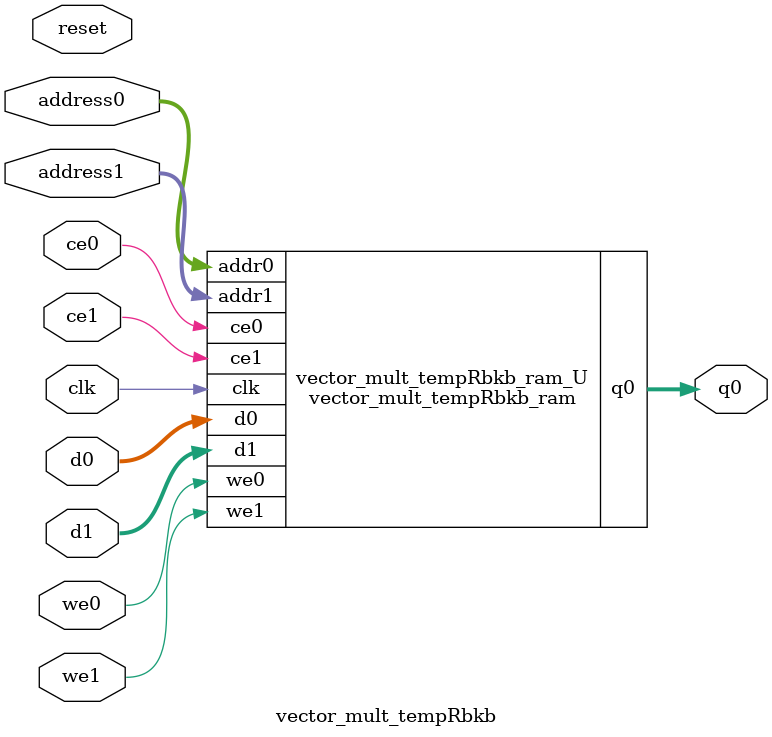
<source format=v>

`timescale 1 ns / 1 ps
module vector_mult_tempRbkb_ram (addr0, ce0, d0, we0, q0, addr1, ce1, d1, we1,  clk);

parameter DWIDTH = 32;
parameter AWIDTH = 3;
parameter MEM_SIZE = 8;

input[AWIDTH-1:0] addr0;
input ce0;
input[DWIDTH-1:0] d0;
input we0;
output reg[DWIDTH-1:0] q0;
input[AWIDTH-1:0] addr1;
input ce1;
input[DWIDTH-1:0] d1;
input we1;
input clk;

(* ram_style = "block" *)reg [DWIDTH-1:0] ram[0:MEM_SIZE-1];




always @(posedge clk)  
begin 
    if (ce0) 
    begin
        if (we0) 
        begin 
            ram[addr0] <= d0; 
            q0 <= d0;
        end 
        else 
            q0 <= ram[addr0];
    end
end


always @(posedge clk)  
begin 
    if (ce1) 
    begin
        if (we1) 
        begin 
            ram[addr1] <= d1; 
        end 
    end
end


endmodule


`timescale 1 ns / 1 ps
module vector_mult_tempRbkb(
    reset,
    clk,
    address0,
    ce0,
    we0,
    d0,
    q0,
    address1,
    ce1,
    we1,
    d1);

parameter DataWidth = 32'd32;
parameter AddressRange = 32'd8;
parameter AddressWidth = 32'd3;
input reset;
input clk;
input[AddressWidth - 1:0] address0;
input ce0;
input we0;
input[DataWidth - 1:0] d0;
output[DataWidth - 1:0] q0;
input[AddressWidth - 1:0] address1;
input ce1;
input we1;
input[DataWidth - 1:0] d1;



vector_mult_tempRbkb_ram vector_mult_tempRbkb_ram_U(
    .clk( clk ),
    .addr0( address0 ),
    .ce0( ce0 ),
    .d0( d0 ),
    .we0( we0 ),
    .q0( q0 ),
    .addr1( address1 ),
    .ce1( ce1 ),
    .d1( d1 ),
    .we1( we1 ));

endmodule


</source>
